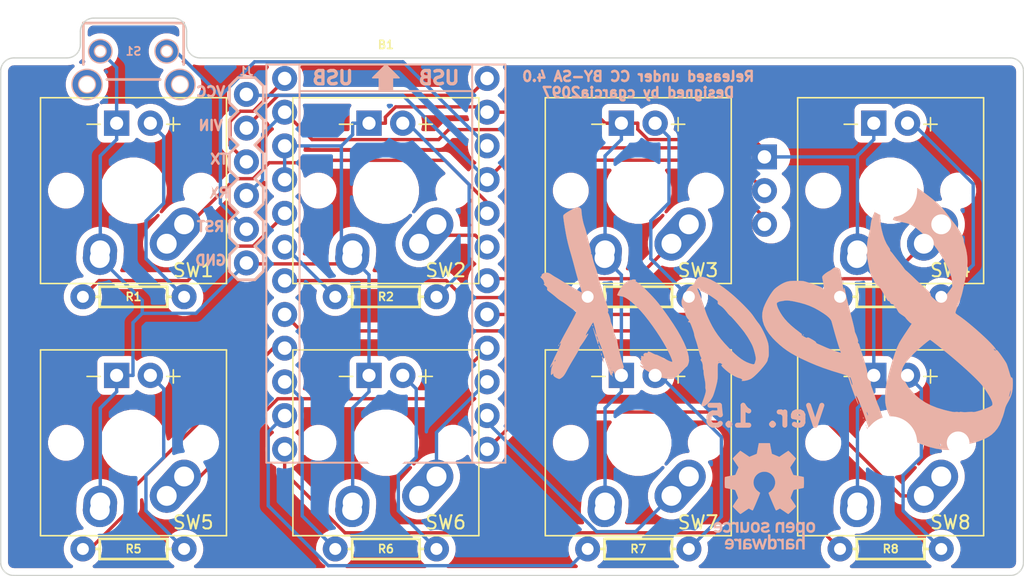
<source format=kicad_pcb>
(kicad_pcb (version 20171130) (host pcbnew 5.1.2-f72e74a~84~ubuntu18.04.1)
  (layers (0 F.Cu signal) (31 B.Cu signal) (34 B.Paste user) (35 F.Paste user) (36 B.SilkS user) (37 F.SilkS user) (38 B.Mask user) (39 F.Mask user) (44 Edge.Cuts user))
  (net 0 "")
  (net 1 VIN)
  (net 2 GND)
  (net 3 RESET)
  (net 4 VCC)
  (net 5 KEY1)
  (net 6 KEY2)
  (net 7 KEY3)
  (net 8 KEY4)
  (net 9 KEY5)
  (net 10 KEY6)
  (net 11 KEY7)
  (net 12 KEY8)
  (net 13 LED8)
  (net 14 LED7)
  (net 15 LED6)
  (net 16 LED5)
  (net 17 LED4)
  (net 18 LED3)
  (net 19 LED2)
  (net 20 LED1)
  (net 21 RX)
  (net 22 TX)
  (net 23 "Net-(R1-PadP$2)")
  (net 24 "Net-(R2-PadP$2)")
  (net 25 "Net-(R3-PadP$2)")
  (net 26 "Net-(R4-PadP$2)")
  (net 27 "Net-(R5-PadP$2)")
  (net 28 "Net-(R6-PadP$2)")
  (net 29 "Net-(R7-PadP$2)")
  (net 30 "Net-(R8-PadP$2)")
  (module Connectors:1X03_NO_SILK (layer F.Cu) (at 172.5 92.54 90)
    (fp_text reference >NAME hide)
    (fp_text value >VALUE hide)
    (pad 3 thru_hole rect (at 5.08 0 90) (size 1.8796 1.8796) (drill 1.016) (layers *.Cu *.Mask) (net 2 GND))
    (pad 2 thru_hole circle (at 2.54 0 90) (size 1.8796 1.8796) (drill 1.016) (layers *.Cu *.Mask) (net 21 RX))
    (pad 1 thru_hole circle (at 0 0 90) (size 1.8796 1.8796) (drill 1.016) (layers *.Cu *.Mask) (net 4 VCC))
  )
  (module Symbol:OSHW-Logo_7.5x8mm_SilkScreen (layer B.Cu) (at 172.5 113.03 180)
    (fp_text reference REF1 hide)
    (fp_text value OSHW-Logo_7.5x8mm_SilkScreen hide)
  )
  (module Boards:SPARKFUN_PRO_MICRO (layer F.Cu) (at 144 94.25)
    (fp_text reference B1 (at 0 -15.24) (layer F.SilkS) (effects (font (size 0.6096 0.6096) (thickness 0.127))))
    (fp_text value >VALUE hide)
    (pad 24 thru_hole circle (at 7.62 -12.7) (size 1.8796 1.8796) (drill 1.016) (layers *.Cu *.Mask) (net 1 VIN))
    (pad 23 thru_hole circle (at 7.62 -10.16) (size 1.8796 1.8796) (drill 1.016) (layers *.Cu *.Mask) (net 2 GND))
    (pad 22 thru_hole circle (at 7.62 -7.62) (size 1.8796 1.8796) (drill 1.016) (layers *.Cu *.Mask) (net 3 RESET))
    (pad 21 thru_hole circle (at 7.62 -5.08) (size 1.8796 1.8796) (drill 1.016) (layers *.Cu *.Mask) (net 4 VCC))
    (pad 20 thru_hole circle (at 7.62 -2.54) (size 1.8796 1.8796) (drill 1.016) (layers *.Cu *.Mask) (net 5 KEY1))
    (pad 19 thru_hole circle (at 7.62 0) (size 1.8796 1.8796) (drill 1.016) (layers *.Cu *.Mask) (net 6 KEY2))
    (pad 18 thru_hole circle (at 7.62 2.54) (size 1.8796 1.8796) (drill 1.016) (layers *.Cu *.Mask) (net 7 KEY3))
    (pad 17 thru_hole circle (at 7.62 5.08) (size 1.8796 1.8796) (drill 1.016) (layers *.Cu *.Mask) (net 8 KEY4))
    (pad 16 thru_hole circle (at 7.62 7.62) (size 1.8796 1.8796) (drill 1.016) (layers *.Cu *.Mask) (net 9 KEY5))
    (pad 15 thru_hole circle (at 7.62 10.16) (size 1.8796 1.8796) (drill 1.016) (layers *.Cu *.Mask) (net 10 KEY6))
    (pad 14 thru_hole circle (at 7.62 12.7) (size 1.8796 1.8796) (drill 1.016) (layers *.Cu *.Mask) (net 11 KEY7))
    (pad 13 thru_hole circle (at 7.62 15.24) (size 1.8796 1.8796) (drill 1.016) (layers *.Cu *.Mask) (net 12 KEY8))
    (pad 12 thru_hole circle (at -7.62 15.24) (size 1.8796 1.8796) (drill 1.016) (layers *.Cu *.Mask) (net 13 LED8))
    (pad 11 thru_hole circle (at -7.62 12.7) (size 1.8796 1.8796) (drill 1.016) (layers *.Cu *.Mask) (net 14 LED7))
    (pad 10 thru_hole circle (at -7.62 10.16) (size 1.8796 1.8796) (drill 1.016) (layers *.Cu *.Mask) (net 15 LED6))
    (pad 9 thru_hole circle (at -7.62 7.62) (size 1.8796 1.8796) (drill 1.016) (layers *.Cu *.Mask) (net 16 LED5))
    (pad 8 thru_hole circle (at -7.62 5.08) (size 1.8796 1.8796) (drill 1.016) (layers *.Cu *.Mask) (net 17 LED4))
    (pad 7 thru_hole circle (at -7.62 2.54) (size 1.8796 1.8796) (drill 1.016) (layers *.Cu *.Mask) (net 18 LED3))
    (pad 6 thru_hole circle (at -7.62 0) (size 1.8796 1.8796) (drill 1.016) (layers *.Cu *.Mask) (net 19 LED2))
    (pad 5 thru_hole circle (at -7.62 -2.54) (size 1.8796 1.8796) (drill 1.016) (layers *.Cu *.Mask) (net 20 LED1))
    (pad 4 thru_hole circle (at -7.62 -5.08) (size 1.8796 1.8796) (drill 1.016) (layers *.Cu *.Mask) (net 2 GND))
    (pad 3 thru_hole circle (at -7.62 -7.62) (size 1.8796 1.8796) (drill 1.016) (layers *.Cu *.Mask) (net 2 GND))
    (pad 2 thru_hole circle (at -7.62 -10.16) (size 1.8796 1.8796) (drill 1.016) (layers *.Cu *.Mask) (net 21 RX))
    (pad 1 thru_hole circle (at -7.62 -12.7) (size 1.8796 1.8796) (drill 1.016) (layers *.Cu *.Mask) (net 22 TX))
  )
  (module Resistors:AXIAL-0.3 (layer F.Cu) (at 163 98)
    (fp_text reference R3 (at 0 0) (layer F.SilkS) (effects (font (size 0.6096 0.6096) (thickness 0.127))))
    (fp_text value RESISTORAXIAL-0.3 hide)
    (pad P$2 thru_hole circle (at 3.81 0) (size 1.8796 1.8796) (drill 0.89916) (layers *.Cu *.Mask) (net 25 "Net-(R3-PadP$2)"))
    (pad P$1 thru_hole circle (at -3.81 0) (size 1.8796 1.8796) (drill 0.89916) (layers *.Cu *.Mask) (net 18 LED3))
  )
  (module libkeyswitch-1_1:MX_ALPS_LED_PCB_MOUNT_1.0 (layer F.Cu) (at 163 90 180)
    (fp_text reference SW3 (at -4.5 -6) (layer F.SilkS))
    (fp_text value MOMENTARY-SWITCH-SPST-LED-PTH-CHERRY)
    (pad A thru_hole circle (at -1.27 5.08 180) (size 1.905 1.905) (drill 0.9906) (layers *.Cu *.Mask) (net 25 "Net-(R3-PadP$2)"))
    (pad K thru_hole rect (at 1.27 5.08 180) (size 1.905 1.905) (drill 0.9906) (layers *.Cu *.Mask) (net 2 GND))
    (pad "" np_thru_hole circle (at 0 0 180) (size 3.9878 3.9878) (drill 3.9878) (layers *.Cu *.Mask))
    (pad S2 thru_hole custom (at 2.5 -4.5 180) (size 2.54 2.54) (drill 1.4986) (layers *.Cu *.Mask) (net 2 GND) (options (clearance outline) (anchor circle)) (primitives (gr_line (start 0 0) (end 0.04 -0.58) (width 2.54))))
    (pad S2 thru_hole circle (at 2.54 -5.08 180) (size 2.54 2.54) (drill 1.4986) (layers *.Cu *.Mask) (net 2 GND))
    (pad "" np_thru_hole circle (at -5.08 0 180) (size 1.7018 1.7018) (drill 1.7018) (layers *.Cu *.Mask))
    (pad S1 thru_hole custom (at -3.81 -2.54 180) (size 2.54 2.54) (drill 1.4986) (layers *.Cu *.Mask) (net 7 KEY3) (options (clearance outline) (anchor circle)) (primitives (gr_line (start 0 0) (end 1.31 -1.46) (width 2.54))))
    (pad S1 thru_hole circle (at -2.5 -4 180) (size 2.54 2.54) (drill 1.4986) (layers *.Cu *.Mask) (net 7 KEY3))
    (pad "" np_thru_hole circle (at 5.08 0 180) (size 1.7018 1.7018) (drill 1.7018) (layers *.Cu *.Mask))
  )
  (module libkeyswitch-1_1:MX_ALPS_LED_PCB_MOUNT_1.0 (layer F.Cu) (at 182 109 180)
    (fp_text reference SW8 (at -4.5 -6) (layer F.SilkS))
    (fp_text value MOMENTARY-SWITCH-SPST-LED-PTH-CHERRY)
    (pad A thru_hole circle (at -1.27 5.08 180) (size 1.905 1.905) (drill 0.9906) (layers *.Cu *.Mask) (net 30 "Net-(R8-PadP$2)"))
    (pad K thru_hole rect (at 1.27 5.08 180) (size 1.905 1.905) (drill 0.9906) (layers *.Cu *.Mask) (net 2 GND))
    (pad "" np_thru_hole circle (at 0 0 180) (size 3.9878 3.9878) (drill 3.9878) (layers *.Cu *.Mask))
    (pad S2 thru_hole custom (at 2.5 -4.5 180) (size 2.54 2.54) (drill 1.4986) (layers *.Cu *.Mask) (net 2 GND) (options (clearance outline) (anchor circle)) (primitives (gr_line (start 0 0) (end 0.04 -0.58) (width 2.54))))
    (pad S2 thru_hole circle (at 2.54 -5.08 180) (size 2.54 2.54) (drill 1.4986) (layers *.Cu *.Mask) (net 2 GND))
    (pad "" np_thru_hole circle (at -5.08 0 180) (size 1.7018 1.7018) (drill 1.7018) (layers *.Cu *.Mask))
    (pad S1 thru_hole custom (at -3.81 -2.54 180) (size 2.54 2.54) (drill 1.4986) (layers *.Cu *.Mask) (net 12 KEY8) (options (clearance outline) (anchor circle)) (primitives (gr_line (start 0 0) (end 1.31 -1.46) (width 2.54))))
    (pad S1 thru_hole circle (at -2.5 -4 180) (size 2.54 2.54) (drill 1.4986) (layers *.Cu *.Mask) (net 12 KEY8))
    (pad "" np_thru_hole circle (at 5.08 0 180) (size 1.7018 1.7018) (drill 1.7018) (layers *.Cu *.Mask))
  )
  (module Resistors:AXIAL-0.3 (layer F.Cu) (at 144 117)
    (fp_text reference R6 (at 0 0) (layer F.SilkS) (effects (font (size 0.6096 0.6096) (thickness 0.127))))
    (fp_text value RESISTORAXIAL-0.3 hide)
    (pad P$2 thru_hole circle (at 3.81 0) (size 1.8796 1.8796) (drill 0.89916) (layers *.Cu *.Mask) (net 28 "Net-(R6-PadP$2)"))
    (pad P$1 thru_hole circle (at -3.81 0) (size 1.8796 1.8796) (drill 0.89916) (layers *.Cu *.Mask) (net 15 LED6))
  )
  (module libkeyswitch-1_1:MX_ALPS_LED_PCB_MOUNT_1.0 (layer F.Cu) (at 182 90 180)
    (fp_text reference SW4 (at -4.5 -6) (layer F.SilkS))
    (fp_text value MOMENTARY-SWITCH-SPST-LED-PTH-CHERRY)
    (pad A thru_hole circle (at -1.27 5.08 180) (size 1.905 1.905) (drill 0.9906) (layers *.Cu *.Mask) (net 26 "Net-(R4-PadP$2)"))
    (pad K thru_hole rect (at 1.27 5.08 180) (size 1.905 1.905) (drill 0.9906) (layers *.Cu *.Mask) (net 2 GND))
    (pad "" np_thru_hole circle (at 0 0 180) (size 3.9878 3.9878) (drill 3.9878) (layers *.Cu *.Mask))
    (pad S2 thru_hole custom (at 2.5 -4.5 180) (size 2.54 2.54) (drill 1.4986) (layers *.Cu *.Mask) (net 2 GND) (options (clearance outline) (anchor circle)) (primitives (gr_line (start 0 0) (end 0.04 -0.58) (width 2.54))))
    (pad S2 thru_hole circle (at 2.54 -5.08 180) (size 2.54 2.54) (drill 1.4986) (layers *.Cu *.Mask) (net 2 GND))
    (pad "" np_thru_hole circle (at -5.08 0 180) (size 1.7018 1.7018) (drill 1.7018) (layers *.Cu *.Mask))
    (pad S1 thru_hole custom (at -3.81 -2.54 180) (size 2.54 2.54) (drill 1.4986) (layers *.Cu *.Mask) (net 8 KEY4) (options (clearance outline) (anchor circle)) (primitives (gr_line (start 0 0) (end 1.31 -1.46) (width 2.54))))
    (pad S1 thru_hole circle (at -2.5 -4 180) (size 2.54 2.54) (drill 1.4986) (layers *.Cu *.Mask) (net 8 KEY4))
    (pad "" np_thru_hole circle (at 5.08 0 180) (size 1.7018 1.7018) (drill 1.7018) (layers *.Cu *.Mask))
  )
  (module Switches:TACTILE_SWITCH_PTH_RIGHT_ANGLE_KIT (layer B.Cu) (at 125 79.5)
    (fp_text reference S1 (at 0 0) (layer B.SilkS) (effects (font (size 0.6096 0.6096) (thickness 0.127)) (justify mirror)))
    (fp_text value MOMENTARY-SWITCH-SPST-PTH-RIGHT-ANGLE-KIT hide)
    (pad ANCH thru_hole circle (at 3.49758 2.49936) (size 2.19964 2.19964) (drill 1.19888) (layers *.Cu *.Mask))
    (pad ANCH thru_hole circle (at -3.49758 2.49936) (size 2.19964 2.19964) (drill 1.19888) (layers *.Cu *.Mask))
    (pad 2 thru_hole circle (at 2.49936 0) (size 1.69926 1.69926) (drill 0.79756) (layers *.Cu *.Mask) (net 3 RESET))
    (pad 1 thru_hole circle (at -2.49936 0) (size 1.69926 1.69926) (drill 0.79756) (layers *.Cu *.Mask) (net 2 GND))
  )
  (module Connectors:1X06 (layer B.Cu) (at 133.5 82.75 270)
    (fp_text reference J1 (at -1.75 0) (layer B.SilkS) (effects (font (size 0.6096 0.6096) (thickness 0.127)) (justify mirror)))
    (fp_text value CONN_06NO_SILK_FEMALE_PTH hide)
    (pad 6 thru_hole circle (at 12.7 0 270) (size 1.8796 1.8796) (drill 1.016) (layers *.Cu *.Mask) (net 2 GND))
    (pad 5 thru_hole circle (at 10.16 0 270) (size 1.8796 1.8796) (drill 1.016) (layers *.Cu *.Mask) (net 3 RESET))
    (pad 4 thru_hole circle (at 7.62 0 270) (size 1.8796 1.8796) (drill 1.016) (layers *.Cu *.Mask) (net 21 RX))
    (pad 3 thru_hole circle (at 5.08 0 270) (size 1.8796 1.8796) (drill 1.016) (layers *.Cu *.Mask) (net 22 TX))
    (pad 2 thru_hole circle (at 2.54 0 270) (size 1.8796 1.8796) (drill 1.016) (layers *.Cu *.Mask) (net 1 VIN))
    (pad 1 thru_hole circle (at 0 0 270) (size 1.8796 1.8796) (drill 1.016) (layers *.Cu *.Mask) (net 4 VCC))
  )
  (module Resistors:AXIAL-0.3 (layer F.Cu) (at 144 98)
    (fp_text reference R2 (at 0 0) (layer F.SilkS) (effects (font (size 0.6096 0.6096) (thickness 0.127))))
    (fp_text value RESISTORAXIAL-0.3 hide)
    (pad P$2 thru_hole circle (at 3.81 0) (size 1.8796 1.8796) (drill 0.89916) (layers *.Cu *.Mask) (net 24 "Net-(R2-PadP$2)"))
    (pad P$1 thru_hole circle (at -3.81 0) (size 1.8796 1.8796) (drill 0.89916) (layers *.Cu *.Mask) (net 19 LED2))
  )
  (module Resistors:AXIAL-0.3 (layer F.Cu) (at 182 98)
    (fp_text reference R4 (at 0 0) (layer F.SilkS) (effects (font (size 0.6096 0.6096) (thickness 0.127))))
    (fp_text value RESISTORAXIAL-0.3 hide)
    (pad P$2 thru_hole circle (at 3.81 0) (size 1.8796 1.8796) (drill 0.89916) (layers *.Cu *.Mask) (net 26 "Net-(R4-PadP$2)"))
    (pad P$1 thru_hole circle (at -3.81 0) (size 1.8796 1.8796) (drill 0.89916) (layers *.Cu *.Mask) (net 17 LED4))
  )
  (module libkeyswitch-1_1:MX_ALPS_LED_PCB_MOUNT_1.0 (layer F.Cu) (at 144 109 180)
    (fp_text reference SW6 (at -4.5 -6) (layer F.SilkS))
    (fp_text value MOMENTARY-SWITCH-SPST-LED-PTH-CHERRY)
    (pad A thru_hole circle (at -1.27 5.08 180) (size 1.905 1.905) (drill 0.9906) (layers *.Cu *.Mask) (net 28 "Net-(R6-PadP$2)"))
    (pad K thru_hole rect (at 1.27 5.08 180) (size 1.905 1.905) (drill 0.9906) (layers *.Cu *.Mask) (net 2 GND))
    (pad "" np_thru_hole circle (at 0 0 180) (size 3.9878 3.9878) (drill 3.9878) (layers *.Cu *.Mask))
    (pad S2 thru_hole custom (at 2.5 -4.5 180) (size 2.54 2.54) (drill 1.4986) (layers *.Cu *.Mask) (net 2 GND) (options (clearance outline) (anchor circle)) (primitives (gr_line (start 0 0) (end 0.04 -0.58) (width 2.54))))
    (pad S2 thru_hole circle (at 2.54 -5.08 180) (size 2.54 2.54) (drill 1.4986) (layers *.Cu *.Mask) (net 2 GND))
    (pad "" np_thru_hole circle (at -5.08 0 180) (size 1.7018 1.7018) (drill 1.7018) (layers *.Cu *.Mask))
    (pad S1 thru_hole custom (at -3.81 -2.54 180) (size 2.54 2.54) (drill 1.4986) (layers *.Cu *.Mask) (net 10 KEY6) (options (clearance outline) (anchor circle)) (primitives (gr_line (start 0 0) (end 1.31 -1.46) (width 2.54))))
    (pad S1 thru_hole circle (at -2.5 -4 180) (size 2.54 2.54) (drill 1.4986) (layers *.Cu *.Mask) (net 10 KEY6))
    (pad "" np_thru_hole circle (at 5.08 0 180) (size 1.7018 1.7018) (drill 1.7018) (layers *.Cu *.Mask))
  )
  (module Resistors:AXIAL-0.3 (layer F.Cu) (at 125 98)
    (fp_text reference R1 (at 0 0) (layer F.SilkS) (effects (font (size 0.6096 0.6096) (thickness 0.127))))
    (fp_text value RESISTORAXIAL-0.3 hide)
    (pad P$2 thru_hole circle (at 3.81 0) (size 1.8796 1.8796) (drill 0.89916) (layers *.Cu *.Mask) (net 23 "Net-(R1-PadP$2)"))
    (pad P$1 thru_hole circle (at -3.81 0) (size 1.8796 1.8796) (drill 0.89916) (layers *.Cu *.Mask) (net 20 LED1))
  )
  (module Resistors:AXIAL-0.3 (layer F.Cu) (at 125 117)
    (fp_text reference R5 (at 0 0) (layer F.SilkS) (effects (font (size 0.6096 0.6096) (thickness 0.127))))
    (fp_text value RESISTORAXIAL-0.3 hide)
    (pad P$2 thru_hole circle (at 3.81 0) (size 1.8796 1.8796) (drill 0.89916) (layers *.Cu *.Mask) (net 27 "Net-(R5-PadP$2)"))
    (pad P$1 thru_hole circle (at -3.81 0) (size 1.8796 1.8796) (drill 0.89916) (layers *.Cu *.Mask) (net 16 LED5))
  )
  (module libkeyswitch-1_1:MX_ALPS_LED_PCB_MOUNT_1.0 (layer F.Cu) (at 125 109 180)
    (fp_text reference SW5 (at -4.5 -6) (layer F.SilkS))
    (fp_text value MOMENTARY-SWITCH-SPST-LED-PTH-CHERRY)
    (pad A thru_hole circle (at -1.27 5.08 180) (size 1.905 1.905) (drill 0.9906) (layers *.Cu *.Mask) (net 27 "Net-(R5-PadP$2)"))
    (pad K thru_hole rect (at 1.27 5.08 180) (size 1.905 1.905) (drill 0.9906) (layers *.Cu *.Mask) (net 2 GND))
    (pad "" np_thru_hole circle (at 0 0 180) (size 3.9878 3.9878) (drill 3.9878) (layers *.Cu *.Mask))
    (pad S2 thru_hole custom (at 2.5 -4.5 180) (size 2.54 2.54) (drill 1.4986) (layers *.Cu *.Mask) (net 2 GND) (options (clearance outline) (anchor circle)) (primitives (gr_line (start 0 0) (end 0.04 -0.58) (width 2.54))))
    (pad S2 thru_hole circle (at 2.54 -5.08 180) (size 2.54 2.54) (drill 1.4986) (layers *.Cu *.Mask) (net 2 GND))
    (pad "" np_thru_hole circle (at -5.08 0 180) (size 1.7018 1.7018) (drill 1.7018) (layers *.Cu *.Mask))
    (pad S1 thru_hole custom (at -3.81 -2.54 180) (size 2.54 2.54) (drill 1.4986) (layers *.Cu *.Mask) (net 9 KEY5) (options (clearance outline) (anchor circle)) (primitives (gr_line (start 0 0) (end 1.31 -1.46) (width 2.54))))
    (pad S1 thru_hole circle (at -2.5 -4 180) (size 2.54 2.54) (drill 1.4986) (layers *.Cu *.Mask) (net 9 KEY5))
    (pad "" np_thru_hole circle (at 5.08 0 180) (size 1.7018 1.7018) (drill 1.7018) (layers *.Cu *.Mask))
  )
  (module libkeyswitch-1_1:MX_ALPS_LED_PCB_MOUNT_1.0 (layer F.Cu) (at 144 90 180)
    (fp_text reference SW2 (at -4.5 -6) (layer F.SilkS))
    (fp_text value MOMENTARY-SWITCH-SPST-LED-PTH-CHERRY)
    (pad A thru_hole circle (at -1.27 5.08 180) (size 1.905 1.905) (drill 0.9906) (layers *.Cu *.Mask) (net 24 "Net-(R2-PadP$2)"))
    (pad K thru_hole rect (at 1.27 5.08 180) (size 1.905 1.905) (drill 0.9906) (layers *.Cu *.Mask) (net 2 GND))
    (pad "" np_thru_hole circle (at 0 0 180) (size 3.9878 3.9878) (drill 3.9878) (layers *.Cu *.Mask))
    (pad S2 thru_hole custom (at 2.5 -4.5 180) (size 2.54 2.54) (drill 1.4986) (layers *.Cu *.Mask) (net 2 GND) (options (clearance outline) (anchor circle)) (primitives (gr_line (start 0 0) (end 0.04 -0.58) (width 2.54))))
    (pad S2 thru_hole circle (at 2.54 -5.08 180) (size 2.54 2.54) (drill 1.4986) (layers *.Cu *.Mask) (net 2 GND))
    (pad "" np_thru_hole circle (at -5.08 0 180) (size 1.7018 1.7018) (drill 1.7018) (layers *.Cu *.Mask))
    (pad S1 thru_hole custom (at -3.81 -2.54 180) (size 2.54 2.54) (drill 1.4986) (layers *.Cu *.Mask) (net 6 KEY2) (options (clearance outline) (anchor circle)) (primitives (gr_line (start 0 0) (end 1.31 -1.46) (width 2.54))))
    (pad S1 thru_hole circle (at -2.5 -4 180) (size 2.54 2.54) (drill 1.4986) (layers *.Cu *.Mask) (net 6 KEY2))
    (pad "" np_thru_hole circle (at 5.08 0 180) (size 1.7018 1.7018) (drill 1.7018) (layers *.Cu *.Mask))
  )
  (module libkeyswitch-1_1:MX_ALPS_LED_PCB_MOUNT_1.0 (layer F.Cu) (at 163 109 180)
    (fp_text reference SW7 (at -4.5 -6) (layer F.SilkS))
    (fp_text value MOMENTARY-SWITCH-SPST-LED-PTH-CHERRY)
    (pad A thru_hole circle (at -1.27 5.08 180) (size 1.905 1.905) (drill 0.9906) (layers *.Cu *.Mask) (net 29 "Net-(R7-PadP$2)"))
    (pad K thru_hole rect (at 1.27 5.08 180) (size 1.905 1.905) (drill 0.9906) (layers *.Cu *.Mask) (net 2 GND))
    (pad "" np_thru_hole circle (at 0 0 180) (size 3.9878 3.9878) (drill 3.9878) (layers *.Cu *.Mask))
    (pad S2 thru_hole custom (at 2.5 -4.5 180) (size 2.54 2.54) (drill 1.4986) (layers *.Cu *.Mask) (net 2 GND) (options (clearance outline) (anchor circle)) (primitives (gr_line (start 0 0) (end 0.04 -0.58) (width 2.54))))
    (pad S2 thru_hole circle (at 2.54 -5.08 180) (size 2.54 2.54) (drill 1.4986) (layers *.Cu *.Mask) (net 2 GND))
    (pad "" np_thru_hole circle (at -5.08 0 180) (size 1.7018 1.7018) (drill 1.7018) (layers *.Cu *.Mask))
    (pad S1 thru_hole custom (at -3.81 -2.54 180) (size 2.54 2.54) (drill 1.4986) (layers *.Cu *.Mask) (net 11 KEY7) (options (clearance outline) (anchor circle)) (primitives (gr_line (start 0 0) (end 1.31 -1.46) (width 2.54))))
    (pad S1 thru_hole circle (at -2.5 -4 180) (size 2.54 2.54) (drill 1.4986) (layers *.Cu *.Mask) (net 11 KEY7))
    (pad "" np_thru_hole circle (at 5.08 0 180) (size 1.7018 1.7018) (drill 1.7018) (layers *.Cu *.Mask))
  )
  (module Resistors:AXIAL-0.3 (layer F.Cu) (at 182 117)
    (fp_text reference R8 (at 0 0) (layer F.SilkS) (effects (font (size 0.6096 0.6096) (thickness 0.127))))
    (fp_text value RESISTORAXIAL-0.3 hide)
    (pad P$2 thru_hole circle (at 3.81 0) (size 1.8796 1.8796) (drill 0.89916) (layers *.Cu *.Mask) (net 30 "Net-(R8-PadP$2)"))
    (pad P$1 thru_hole circle (at -3.81 0) (size 1.8796 1.8796) (drill 0.89916) (layers *.Cu *.Mask) (net 13 LED8))
  )
  (module libkeyswitch-1_1:MX_ALPS_LED_PCB_MOUNT_1.0 (layer F.Cu) (at 125 90 180)
    (fp_text reference SW1 (at -4.5 -6) (layer F.SilkS))
    (fp_text value MOMENTARY-SWITCH-SPST-LED-PTH-CHERRY)
    (pad A thru_hole circle (at -1.27 5.08 180) (size 1.905 1.905) (drill 0.9906) (layers *.Cu *.Mask) (net 23 "Net-(R1-PadP$2)"))
    (pad K thru_hole rect (at 1.27 5.08 180) (size 1.905 1.905) (drill 0.9906) (layers *.Cu *.Mask) (net 2 GND))
    (pad "" np_thru_hole circle (at 0 0 180) (size 3.9878 3.9878) (drill 3.9878) (layers *.Cu *.Mask))
    (pad S2 thru_hole custom (at 2.5 -4.5 180) (size 2.54 2.54) (drill 1.4986) (layers *.Cu *.Mask) (net 2 GND) (options (clearance outline) (anchor circle)) (primitives (gr_line (start 0 0) (end 0.04 -0.58) (width 2.54))))
    (pad S2 thru_hole circle (at 2.54 -5.08 180) (size 2.54 2.54) (drill 1.4986) (layers *.Cu *.Mask) (net 2 GND))
    (pad "" np_thru_hole circle (at -5.08 0 180) (size 1.7018 1.7018) (drill 1.7018) (layers *.Cu *.Mask))
    (pad S1 thru_hole custom (at -3.81 -2.54 180) (size 2.54 2.54) (drill 1.4986) (layers *.Cu *.Mask) (net 5 KEY1) (options (clearance outline) (anchor circle)) (primitives (gr_line (start 0 0) (end 1.31 -1.46) (width 2.54))))
    (pad S1 thru_hole circle (at -2.5 -4 180) (size 2.54 2.54) (drill 1.4986) (layers *.Cu *.Mask) (net 5 KEY1))
    (pad "" np_thru_hole circle (at 5.08 0 180) (size 1.7018 1.7018) (drill 1.7018) (layers *.Cu *.Mask))
  )
  (module Resistors:AXIAL-0.3 (layer F.Cu) (at 163 117)
    (fp_text reference R7 (at 0 0) (layer F.SilkS) (effects (font (size 0.6096 0.6096) (thickness 0.127))))
    (fp_text value RESISTORAXIAL-0.3 hide)
    (pad P$2 thru_hole circle (at 3.81 0) (size 1.8796 1.8796) (drill 0.89916) (layers *.Cu *.Mask) (net 29 "Net-(R7-PadP$2)"))
    (pad P$1 thru_hole circle (at -3.81 0) (size 1.8796 1.8796) (drill 0.89916) (layers *.Cu *.Mask) (net 14 LED7))
  )
  (module logos:logo_name (layer B.Cu) (at 172.5 99.5 180)
    (fp_text reference G1 hide)
    (fp_text value LOGO hide)
  )
  (gr_text "GND\n" (at 130.81 95.25) (layer B.SilkS) (effects (font (size 0.75 0.75) (thickness 0.1875)) (justify mirror)))
  (gr_text "RST\n" (at 130.81 92.71) (layer B.SilkS) (effects (font (size 0.75 0.75) (thickness 0.1875)) (justify mirror)))
  (gr_text RX (at 131.445 90.17) (layer B.SilkS) (effects (font (size 0.75 0.75) (thickness 0.1875)) (justify mirror)))
  (gr_text TX (at 131.445 87.63) (layer B.SilkS) (effects (font (size 0.75 0.75) (thickness 0.1875)) (justify mirror)))
  (gr_text VIN (at 130.81 85.09) (layer B.SilkS) (effects (font (size 0.75 0.75) (thickness 0.1875)) (justify mirror)))
  (gr_text VCC (at 130.81 82.55) (layer B.SilkS) (effects (font (size 0.75 0.75) (thickness 0.1875)) (justify mirror)))
  (gr_text "Ver. 1.5" (at 172.5 107) (layer B.SilkS) (effects (font (size 1.5 1.5) (thickness 0.375)) (justify mirror)))
  (gr_text "Released under CC BY-SA 4.0\nDesigned by cgarcia2097" (at 163 82) (layer B.SilkS) (effects (font (size 0.75 0.75) (thickness 0.1875)) (justify mirror)))
  (gr_text USB (at 148 81.5) (layer B.SilkS) (effects (font (size 1 1) (thickness 0.25)) (justify mirror)))
  (gr_text USB (at 140 81.5) (layer B.SilkS) (effects (font (size 1 1) (thickness 0.25)) (justify mirror)))
  (gr_poly (pts (xy 144 80.5) (xy 143 81.5) (xy 143.5 81.5) (xy 143.5 82.5) (xy 144.5 82.5) (xy 144.5 81.5) (xy 145 81.5)) (layer B.SilkS) (width 0.1))
  (gr_line (start 137.5 82.5) (end 150.5 82.5) (layer B.SilkS) (width 0.15))
  (gr_line (start 150.5 110.5) (end 150.5 80.5) (layer B.SilkS) (width 0.15))
  (gr_line (start 137.5 80.5) (end 137.5 110.5) (layer B.SilkS) (width 0.15))
  (gr_line (start 135 110.5) (end 135 80.5) (layer B.SilkS) (width 0.15))
  (gr_line (start 153 110.5) (end 135 110.5) (layer B.SilkS) (width 0.15))
  (gr_line (start 153 80.5) (end 153 110.5) (layer B.SilkS) (width 0.15))
  (gr_line (start 135 80.5) (end 153 80.5) (layer B.SilkS) (width 0.15))
  (gr_line (start 130 80) (end 191 80) (layer Edge.Cuts) (width 0.1))
  (gr_line (start 116 80) (end 120 80) (layer Edge.Cuts) (width 0.1))
  (gr_line (start 121 78) (end 121 79) (layer Edge.Cuts) (width 0.1))
  (gr_line (start 128 77) (end 122 77) (layer Edge.Cuts) (width 0.1))
  (gr_line (start 129 79) (end 129 78) (layer Edge.Cuts) (width 0.1))
  (gr_arc (start 120 79) (end 120 80) (angle -90) (layer Edge.Cuts) (width 0.1))
  (gr_arc (start 128 78) (end 129 78) (angle -90) (layer Edge.Cuts) (width 0.1))
  (gr_arc (start 122 78) (end 122 77) (angle -90) (layer Edge.Cuts) (width 0.1))
  (gr_arc (start 130 79) (end 129 79) (angle -90) (layer Edge.Cuts) (width 0.1))
  (gr_arc (start 116 81) (end 116 80) (angle -90) (layer Edge.Cuts) (width 0.1))
  (gr_arc (start 191 118) (end 191 119) (angle -90) (layer Edge.Cuts) (width 0.1))
  (gr_line (start 116 119) (end 191 119) (layer Edge.Cuts) (width 0.1))
  (gr_line (start 192 118) (end 192 81) (layer Edge.Cuts) (width 0.1))
  (gr_line (start 115 81) (end 115 118) (layer Edge.Cuts) (width 0.1))
  (gr_arc (start 116 118) (end 115 118) (angle -90) (layer Edge.Cuts) (width 0.1))
  (gr_arc (start 191 81) (end 192 81) (angle -90) (layer Edge.Cuts) (width 0.1))
  (segment (start 133.5 85.29) (end 133.5 85.2149) (width 0.254) (layer F.Cu) (net 1))
  (segment (start 133.5 85.2149) (end 135.8949 82.82) (width 0.254) (layer F.Cu) (net 1))
  (segment (start 135.8949 82.82) (end 150.35 82.82) (width 0.254) (layer F.Cu) (net 1))
  (segment (start 150.35 82.82) (end 151.62 81.55) (width 0.254) (layer F.Cu) (net 1))
  (segment (start 161.73 103.92) (end 161.73 105.1522) (width 0.254) (layer B.Cu) (net 2))
  (segment (start 160.5 113.5) (end 160.5 106.3822) (width 0.254) (layer B.Cu) (net 2))
  (segment (start 160.5 106.3822) (end 161.73 105.1522) (width 0.254) (layer B.Cu) (net 2))
  (segment (start 160.46 114.08) (end 160.5 114.04) (width 0.254) (layer B.Cu) (net 2))
  (segment (start 160.5 114.04) (end 160.5 113.5) (width 0.254) (layer B.Cu) (net 2))
  (segment (start 160.46 95.08) (end 161.73 96.35) (width 0.254) (layer B.Cu) (net 2))
  (segment (start 161.73 96.35) (end 161.73 103.92) (width 0.254) (layer B.Cu) (net 2))
  (segment (start 160.5 94.5) (end 160.46 94.54) (width 0.254) (layer B.Cu) (net 2))
  (segment (start 160.46 94.54) (end 160.46 95.08) (width 0.254) (layer B.Cu) (net 2))
  (segment (start 161.73 86.1522) (end 160.5 87.3822) (width 0.254) (layer B.Cu) (net 2))
  (segment (start 160.5 87.3822) (end 160.5 94.5) (width 0.254) (layer B.Cu) (net 2))
  (segment (start 161.73 84.92) (end 161.73 86.1522) (width 0.254) (layer B.Cu) (net 2))
  (segment (start 151.62 84.09) (end 159.6678 84.09) (width 0.254) (layer F.Cu) (net 2))
  (segment (start 159.6678 84.09) (end 160.4978 84.92) (width 0.254) (layer F.Cu) (net 2))
  (segment (start 143.9622 84.92) (end 143.9622 84.4578) (width 0.254) (layer F.Cu) (net 2))
  (segment (start 143.9622 84.4578) (end 144.7322 83.6878) (width 0.254) (layer F.Cu) (net 2))
  (segment (start 144.7322 83.6878) (end 151.2178 83.6878) (width 0.254) (layer F.Cu) (net 2))
  (segment (start 151.2178 83.6878) (end 151.62 84.09) (width 0.254) (layer F.Cu) (net 2))
  (segment (start 161.73 84.92) (end 160.4978 84.92) (width 0.254) (layer F.Cu) (net 2))
  (segment (start 161.73 84.92) (end 162.9622 84.92) (width 0.254) (layer F.Cu) (net 2))
  (segment (start 162.9622 84.92) (end 162.9622 85.3822) (width 0.254) (layer F.Cu) (net 2))
  (segment (start 162.9622 85.3822) (end 163.7322 86.1522) (width 0.254) (layer F.Cu) (net 2))
  (segment (start 163.7322 86.1522) (end 171.6922 86.1522) (width 0.254) (layer F.Cu) (net 2))
  (segment (start 171.6922 86.1522) (end 173 87.46) (width 0.254) (layer F.Cu) (net 2))
  (segment (start 125.6608 99.2448) (end 124.9622 99.9434) (width 0.254) (layer B.Cu) (net 2))
  (segment (start 124.9622 99.9434) (end 124.9622 103.92) (width 0.254) (layer B.Cu) (net 2))
  (segment (start 122.46 95.08) (end 125.6608 98.2808) (width 0.254) (layer B.Cu) (net 2))
  (segment (start 125.6608 98.2808) (end 125.6608 99.2448) (width 0.254) (layer B.Cu) (net 2))
  (segment (start 125.6608 99.2448) (end 129.7052 99.2448) (width 0.254) (layer B.Cu) (net 2))
  (segment (start 129.7052 99.2448) (end 133.5 95.45) (width 0.254) (layer B.Cu) (net 2))
  (segment (start 122.46 95.08) (end 122.5 95.04) (width 0.254) (layer B.Cu) (net 2))
  (segment (start 122.5 95.04) (end 122.5 94.5) (width 0.254) (layer B.Cu) (net 2))
  (segment (start 123.73 103.92) (end 124.9622 103.92) (width 0.254) (layer B.Cu) (net 2))
  (segment (start 179.5 87.46) (end 179.5 87.3822) (width 0.254) (layer B.Cu) (net 2))
  (segment (start 179.5 87.3822) (end 180.73 86.1522) (width 0.254) (layer B.Cu) (net 2))
  (segment (start 179.5 94.5) (end 179.5 87.46) (width 0.254) (layer B.Cu) (net 2))
  (segment (start 179.5 87.46) (end 173 87.46) (width 0.254) (layer B.Cu) (net 2))
  (segment (start 141.46 95.08) (end 142.73 96.35) (width 0.254) (layer B.Cu) (net 2))
  (segment (start 142.73 96.35) (end 142.73 103.92) (width 0.254) (layer B.Cu) (net 2))
  (segment (start 141.46 95.08) (end 141.5 95.04) (width 0.254) (layer B.Cu) (net 2))
  (segment (start 141.5 95.04) (end 141.5 94.5) (width 0.254) (layer B.Cu) (net 2))
  (segment (start 142.73 103.92) (end 142.73 105.1522) (width 0.254) (layer B.Cu) (net 2))
  (segment (start 141.5 113.5) (end 141.5 106.3822) (width 0.254) (layer B.Cu) (net 2))
  (segment (start 141.5 106.3822) (end 142.73 105.1522) (width 0.254) (layer B.Cu) (net 2))
  (segment (start 141.46 114.08) (end 141.5 114.04) (width 0.254) (layer B.Cu) (net 2))
  (segment (start 141.5 114.04) (end 141.5 113.5) (width 0.254) (layer B.Cu) (net 2))
  (segment (start 142.73 84.92) (end 143.9622 84.92) (width 0.254) (layer F.Cu) (net 2))
  (segment (start 180.73 84.92) (end 180.73 86.1522) (width 0.254) (layer B.Cu) (net 2))
  (segment (start 179.46 95.08) (end 179.5 95.04) (width 0.254) (layer B.Cu) (net 2))
  (segment (start 179.5 95.04) (end 179.5 94.5) (width 0.254) (layer B.Cu) (net 2))
  (segment (start 136.38 86.63) (end 136.38 89.17) (width 0.254) (layer B.Cu) (net 2))
  (segment (start 140.6518 86.63) (end 136.38 86.63) (width 0.254) (layer B.Cu) (net 2))
  (segment (start 180.73 103.92) (end 180.73 105.1522) (width 0.254) (layer B.Cu) (net 2))
  (segment (start 179.5 113.5) (end 179.5 106.3822) (width 0.254) (layer B.Cu) (net 2))
  (segment (start 179.5 106.3822) (end 180.73 105.1522) (width 0.254) (layer B.Cu) (net 2))
  (segment (start 179.46 114.08) (end 179.5 114.04) (width 0.254) (layer B.Cu) (net 2))
  (segment (start 179.5 114.04) (end 179.5 113.5) (width 0.254) (layer B.Cu) (net 2))
  (segment (start 179.46 95.08) (end 180.73 96.35) (width 0.254) (layer B.Cu) (net 2))
  (segment (start 180.73 96.35) (end 180.73 103.92) (width 0.254) (layer B.Cu) (net 2))
  (segment (start 142.73 84.92) (end 141.4978 84.92) (width 0.254) (layer B.Cu) (net 2))
  (segment (start 141.5 94.5) (end 140.6518 93.6518) (width 0.254) (layer B.Cu) (net 2))
  (segment (start 140.6518 93.6518) (end 140.6518 86.63) (width 0.254) (layer B.Cu) (net 2))
  (segment (start 140.6518 86.63) (end 141.4978 85.784) (width 0.254) (layer B.Cu) (net 2))
  (segment (start 141.4978 85.784) (end 141.4978 84.92) (width 0.254) (layer B.Cu) (net 2))
  (segment (start 123.73 103.92) (end 123.73 105.1522) (width 0.254) (layer B.Cu) (net 2))
  (segment (start 122.5 113.5) (end 122.5 106.3822) (width 0.254) (layer B.Cu) (net 2))
  (segment (start 122.5 106.3822) (end 123.73 105.1522) (width 0.254) (layer B.Cu) (net 2))
  (segment (start 122.46 114.08) (end 122.5 114.04) (width 0.254) (layer B.Cu) (net 2))
  (segment (start 122.5 114.04) (end 122.5 113.5) (width 0.254) (layer B.Cu) (net 2))
  (segment (start 133.5 95.45) (end 133.57 95.52) (width 0.254) (layer F.Cu) (net 2))
  (segment (start 133.57 95.52) (end 141.02 95.52) (width 0.254) (layer F.Cu) (net 2))
  (segment (start 141.02 95.52) (end 141.46 95.08) (width 0.254) (layer F.Cu) (net 2))
  (segment (start 123.73 84.92) (end 123.73 86.1522) (width 0.254) (layer B.Cu) (net 2))
  (segment (start 123.73 86.1522) (end 122.5 87.3822) (width 0.254) (layer B.Cu) (net 2))
  (segment (start 122.5 87.3822) (end 122.5 94.5) (width 0.254) (layer B.Cu) (net 2))
  (segment (start 123.73 84.92) (end 123.73 80.7294) (width 0.254) (layer B.Cu) (net 2))
  (segment (start 123.73 80.7294) (end 122.5006 79.5) (width 0.254) (layer B.Cu) (net 2))
  (segment (start 131.5422 82.8651) (end 131.5422 90.9522) (width 0.254) (layer B.Cu) (net 3))
  (segment (start 131.5422 90.9522) (end 133.5 92.91) (width 0.254) (layer B.Cu) (net 3))
  (segment (start 151.62 86.63) (end 145.2798 80.2898) (width 0.254) (layer B.Cu) (net 3))
  (segment (start 145.2798 80.2898) (end 134.1175 80.2898) (width 0.254) (layer B.Cu) (net 3))
  (segment (start 134.1175 80.2898) (end 131.5422 82.8651) (width 0.254) (layer B.Cu) (net 3))
  (segment (start 127.4994 79.5) (end 128.1771 79.5) (width 0.254) (layer B.Cu) (net 3))
  (segment (start 128.1771 79.5) (end 131.5422 82.8651) (width 0.254) (layer B.Cu) (net 3))
  (segment (start 133.5 82.75) (end 133.5699 82.8199) (width 0.254) (layer B.Cu) (net 4))
  (segment (start 133.5699 82.8199) (end 145.2699 82.8199) (width 0.254) (layer B.Cu) (net 4))
  (segment (start 145.2699 82.8199) (end 151.62 89.17) (width 0.254) (layer B.Cu) (net 4))
  (segment (start 173 92.54) (end 168.1651 87.7051) (width 0.254) (layer F.Cu) (net 4))
  (segment (start 168.1651 87.7051) (end 153.0849 87.7051) (width 0.254) (layer F.Cu) (net 4))
  (segment (start 153.0849 87.7051) (end 151.62 89.17) (width 0.254) (layer F.Cu) (net 4))
  (segment (start 128.81 92.54) (end 129.2075 92.54) (width 0.254) (layer F.Cu) (net 5))
  (segment (start 129.2075 92.54) (end 132.6475 89.1) (width 0.254) (layer F.Cu) (net 5))
  (segment (start 132.6475 89.1) (end 134.01 89.1) (width 0.254) (layer F.Cu) (net 5))
  (segment (start 134.01 89.1) (end 135.21 87.9) (width 0.254) (layer F.Cu) (net 5))
  (segment (start 135.21 87.9) (end 137.4259 87.9) (width 0.254) (layer F.Cu) (net 5))
  (segment (start 137.4259 87.9) (end 137.6108 87.7151) (width 0.254) (layer F.Cu) (net 5))
  (segment (start 137.6108 87.7151) (end 148.4404 87.7151) (width 0.254) (layer F.Cu) (net 5))
  (segment (start 148.4404 87.7151) (end 151.62 90.8947) (width 0.254) (layer F.Cu) (net 5))
  (segment (start 151.62 90.8947) (end 151.62 91.71) (width 0.254) (layer F.Cu) (net 5))
  (segment (start 127.5 94) (end 128.81 92.69) (width 0.254) (layer B.Cu) (net 5))
  (segment (start 128.81 92.69) (end 128.81 92.54) (width 0.254) (layer B.Cu) (net 5))
  (segment (start 147.81 93.363) (end 150.733 93.363) (width 0.254) (layer F.Cu) (net 6))
  (segment (start 150.733 93.363) (end 151.62 94.25) (width 0.254) (layer F.Cu) (net 6))
  (segment (start 146.5 94) (end 147.137 93.363) (width 0.254) (layer F.Cu) (net 6))
  (segment (start 147.137 93.363) (end 147.81 93.363) (width 0.254) (layer F.Cu) (net 6))
  (segment (start 147.81 93.363) (end 147.81 92.54) (width 0.254) (layer F.Cu) (net 6))
  (segment (start 165.5 94) (end 162.8616 96.6384) (width 0.254) (layer F.Cu) (net 7))
  (segment (start 162.8616 96.6384) (end 151.7716 96.6384) (width 0.254) (layer F.Cu) (net 7))
  (segment (start 151.7716 96.6384) (end 151.62 96.79) (width 0.254) (layer F.Cu) (net 7))
  (segment (start 165.5 94) (end 166.81 92.69) (width 0.254) (layer B.Cu) (net 7))
  (segment (start 166.81 92.69) (end 166.81 92.54) (width 0.254) (layer B.Cu) (net 7))
  (segment (start 184.5 94) (end 181.8616 96.6384) (width 0.254) (layer F.Cu) (net 8))
  (segment (start 181.8616 96.6384) (end 171.8653 96.6384) (width 0.254) (layer F.Cu) (net 8))
  (segment (start 171.8653 96.6384) (end 169.1737 99.33) (width 0.254) (layer F.Cu) (net 8))
  (segment (start 169.1737 99.33) (end 151.62 99.33) (width 0.254) (layer F.Cu) (net 8))
  (segment (start 184.5 94) (end 185.81 92.69) (width 0.254) (layer B.Cu) (net 8))
  (segment (start 185.81 92.69) (end 185.81 92.54) (width 0.254) (layer B.Cu) (net 8))
  (segment (start 151.62 101.87) (end 147.81 105.68) (width 0.254) (layer F.Cu) (net 9))
  (segment (start 147.81 105.68) (end 135.8678 105.68) (width 0.254) (layer F.Cu) (net 9))
  (segment (start 135.8678 105.68) (end 130.0078 111.54) (width 0.254) (layer F.Cu) (net 9))
  (segment (start 130.0078 111.54) (end 128.81 111.54) (width 0.254) (layer F.Cu) (net 9))
  (segment (start 127.5 113) (end 128.81 111.69) (width 0.254) (layer B.Cu) (net 9))
  (segment (start 128.81 111.69) (end 128.81 111.54) (width 0.254) (layer B.Cu) (net 9))
  (segment (start 147.81 111.54) (end 147.81 108.22) (width 0.254) (layer B.Cu) (net 10))
  (segment (start 147.81 108.22) (end 151.62 104.41) (width 0.254) (layer B.Cu) (net 10))
  (segment (start 146.5 113) (end 147.81 111.69) (width 0.254) (layer B.Cu) (net 10))
  (segment (start 147.81 111.69) (end 147.81 111.54) (width 0.254) (layer B.Cu) (net 10))
  (segment (start 151.62 106.95) (end 151.62 107.4448) (width 0.254) (layer B.Cu) (net 11))
  (segment (start 151.62 107.4448) (end 159.8687 115.6935) (width 0.254) (layer B.Cu) (net 11))
  (segment (start 159.8687 115.6935) (end 162.8065 115.6935) (width 0.254) (layer B.Cu) (net 11))
  (segment (start 162.8065 115.6935) (end 165.5 113) (width 0.254) (layer B.Cu) (net 11))
  (segment (start 166.81 111.54) (end 166.81 111.69) (width 0.254) (layer B.Cu) (net 11))
  (segment (start 166.81 111.69) (end 165.5 113) (width 0.254) (layer B.Cu) (net 11))
  (segment (start 184.5 113) (end 182.7845 113) (width 0.254) (layer F.Cu) (net 12))
  (segment (start 182.7845 113) (end 176.4674 106.6829) (width 0.254) (layer F.Cu) (net 12))
  (segment (start 176.4674 106.6829) (end 154.4271 106.6829) (width 0.254) (layer F.Cu) (net 12))
  (segment (start 154.4271 106.6829) (end 151.62 109.49) (width 0.254) (layer F.Cu) (net 12))
  (segment (start 184.5 113) (end 185.81 111.69) (width 0.254) (layer B.Cu) (net 12))
  (segment (start 185.81 111.69) (end 185.81 111.54) (width 0.254) (layer B.Cu) (net 12))
  (segment (start 178.19 117) (end 176.9704 115.7804) (width 0.254) (layer F.Cu) (net 13))
  (segment (start 176.9704 115.7804) (end 140.9174 115.7804) (width 0.254) (layer F.Cu) (net 13))
  (segment (start 140.9174 115.7804) (end 136.38 111.243) (width 0.254) (layer F.Cu) (net 13))
  (segment (start 136.38 111.243) (end 136.38 109.49) (width 0.254) (layer F.Cu) (net 13))
  (segment (start 159.19 117) (end 157.929 118.261) (width 0.254) (layer B.Cu) (net 14))
  (segment (start 157.929 118.261) (end 139.6628 118.261) (width 0.254) (layer B.Cu) (net 14))
  (segment (start 139.6628 118.261) (end 135.1421 113.7403) (width 0.254) (layer B.Cu) (net 14))
  (segment (start 135.1421 113.7403) (end 135.1421 108.1879) (width 0.254) (layer B.Cu) (net 14))
  (segment (start 135.1421 108.1879) (end 136.38 106.95) (width 0.254) (layer B.Cu) (net 14))
  (segment (start 140.19 117) (end 137.7005 114.5105) (width 0.254) (layer B.Cu) (net 15))
  (segment (start 137.7005 114.5105) (end 137.7005 105.7304) (width 0.254) (layer B.Cu) (net 15))
  (segment (start 137.7005 105.7304) (end 137.7004 105.7304) (width 0.254) (layer B.Cu) (net 15))
  (segment (start 137.7004 105.7304) (end 136.38 104.41) (width 0.254) (layer B.Cu) (net 15))
  (segment (start 121.19 117) (end 121.7318 117) (width 0.254) (layer F.Cu) (net 16))
  (segment (start 121.7318 117) (end 124.8554 113.8764) (width 0.254) (layer F.Cu) (net 16))
  (segment (start 124.8554 113.8764) (end 124.8554 112.5418) (width 0.254) (layer F.Cu) (net 16))
  (segment (start 124.8554 112.5418) (end 135.5272 101.87) (width 0.254) (layer F.Cu) (net 16))
  (segment (start 135.5272 101.87) (end 136.38 101.87) (width 0.254) (layer F.Cu) (net 16))
  (segment (start 178.19 98) (end 175.6221 100.5679) (width 0.254) (layer F.Cu) (net 17))
  (segment (start 175.6221 100.5679) (end 137.6179 100.5679) (width 0.254) (layer F.Cu) (net 17))
  (segment (start 137.6179 100.5679) (end 136.38 99.33) (width 0.254) (layer F.Cu) (net 17))
  (segment (start 159.19 98) (end 159.13 98.06) (width 0.254) (layer F.Cu) (net 18))
  (segment (start 159.13 98.06) (end 149.832 98.06) (width 0.254) (layer F.Cu) (net 18))
  (segment (start 149.832 98.06) (end 148.5524 96.7804) (width 0.254) (layer F.Cu) (net 18))
  (segment (start 148.5524 96.7804) (end 136.3896 96.7804) (width 0.254) (layer F.Cu) (net 18))
  (segment (start 136.3896 96.7804) (end 136.38 96.79) (width 0.254) (layer F.Cu) (net 18))
  (segment (start 140.19 98) (end 136.44 94.25) (width 0.254) (layer B.Cu) (net 19))
  (segment (start 136.44 94.25) (end 136.38 94.25) (width 0.254) (layer B.Cu) (net 19))
  (segment (start 121.19 98) (end 122.4096 96.7804) (width 0.254) (layer F.Cu) (net 20))
  (segment (start 122.4096 96.7804) (end 129.0912 96.7804) (width 0.254) (layer F.Cu) (net 20))
  (segment (start 129.0912 96.7804) (end 131.6916 94.18) (width 0.254) (layer F.Cu) (net 20))
  (segment (start 131.6916 94.18) (end 134.0101 94.18) (width 0.254) (layer F.Cu) (net 20))
  (segment (start 134.0101 94.18) (end 136.38 91.8101) (width 0.254) (layer F.Cu) (net 20))
  (segment (start 136.38 91.8101) (end 136.38 91.71) (width 0.254) (layer F.Cu) (net 20))
  (segment (start 136.38 84.09) (end 138.4446 86.1546) (width 0.254) (layer F.Cu) (net 21))
  (segment (start 138.4446 86.1546) (end 147.9713 86.1546) (width 0.254) (layer F.Cu) (net 21))
  (segment (start 147.9713 86.1546) (end 148.7242 85.4017) (width 0.254) (layer F.Cu) (net 21))
  (segment (start 148.7242 85.4017) (end 158.7522 85.4017) (width 0.254) (layer F.Cu) (net 21))
  (segment (start 158.7522 85.4017) (end 160.1286 86.7781) (width 0.254) (layer F.Cu) (net 21))
  (segment (start 160.1286 86.7781) (end 169.7781 86.7781) (width 0.254) (layer F.Cu) (net 21))
  (segment (start 133.5 90.37) (end 134.7196 89.1504) (width 0.254) (layer B.Cu) (net 21))
  (segment (start 134.7196 89.1504) (end 134.7196 85.7504) (width 0.254) (layer B.Cu) (net 21))
  (segment (start 134.7196 85.7504) (end 136.38 84.09) (width 0.254) (layer B.Cu) (net 21))
  (segment (start 170.5 88) (end 172.5 90) (width 0.254) (layer F.Cu) (net 21))
  (segment (start 170.5 87.5) (end 170.5 88) (width 0.254) (layer F.Cu) (net 21))
  (segment (start 169.7781 86.7781) (end 170.5 87.5) (width 0.254) (layer F.Cu) (net 21))
  (segment (start 133.5 87.83) (end 132.2618 86.5918) (width 0.254) (layer F.Cu) (net 22))
  (segment (start 132.2618 86.5918) (end 132.2618 84.7975) (width 0.254) (layer F.Cu) (net 22))
  (segment (start 132.2618 84.7975) (end 133.0393 84.02) (width 0.254) (layer F.Cu) (net 22))
  (segment (start 133.0393 84.02) (end 134.0192 84.02) (width 0.254) (layer F.Cu) (net 22))
  (segment (start 134.0192 84.02) (end 136.38 81.6592) (width 0.254) (layer F.Cu) (net 22))
  (segment (start 136.38 81.6592) (end 136.38 81.55) (width 0.254) (layer F.Cu) (net 22))
  (segment (start 126.27 84.92) (end 127.2737 85.9237) (width 0.254) (layer B.Cu) (net 23))
  (segment (start 127.2737 85.9237) (end 127.2737 90.9584) (width 0.254) (layer B.Cu) (net 23))
  (segment (start 127.2737 90.9584) (end 125.9441 92.288) (width 0.254) (layer B.Cu) (net 23))
  (segment (start 125.9441 92.288) (end 125.9441 95.1341) (width 0.254) (layer B.Cu) (net 23))
  (segment (start 125.9441 95.1341) (end 128.81 98) (width 0.254) (layer B.Cu) (net 23))
  (segment (start 145.27 84.92) (end 145.6453 84.92) (width 0.254) (layer B.Cu) (net 24))
  (segment (start 145.6453 84.92) (end 150.2701 89.5448) (width 0.254) (layer B.Cu) (net 24))
  (segment (start 150.2701 89.5448) (end 150.2701 95.5399) (width 0.254) (layer B.Cu) (net 24))
  (segment (start 150.2701 95.5399) (end 147.81 98) (width 0.254) (layer B.Cu) (net 24))
  (segment (start 164.27 84.92) (end 165.312 85.962) (width 0.254) (layer B.Cu) (net 25))
  (segment (start 165.312 85.962) (end 165.312 90.9201) (width 0.254) (layer B.Cu) (net 25))
  (segment (start 165.312 90.9201) (end 163.9441 92.288) (width 0.254) (layer B.Cu) (net 25))
  (segment (start 163.9441 92.288) (end 163.9441 95.1341) (width 0.254) (layer B.Cu) (net 25))
  (segment (start 163.9441 95.1341) (end 166.81 98) (width 0.254) (layer B.Cu) (net 25))
  (segment (start 183.27 84.92) (end 183.64 84.92) (width 0.254) (layer B.Cu) (net 26))
  (segment (start 183.64 84.92) (end 188.2171 89.4971) (width 0.254) (layer B.Cu) (net 26))
  (segment (start 188.2171 89.4971) (end 188.2171 95.5929) (width 0.254) (layer B.Cu) (net 26))
  (segment (start 188.2171 95.5929) (end 185.81 98) (width 0.254) (layer B.Cu) (net 26))
  (segment (start 126.27 103.92) (end 127.2737 104.9237) (width 0.254) (layer B.Cu) (net 27))
  (segment (start 127.2737 104.9237) (end 127.2737 110.104) (width 0.254) (layer B.Cu) (net 27))
  (segment (start 127.2737 110.104) (end 125.9367 111.441) (width 0.254) (layer B.Cu) (net 27))
  (segment (start 125.9367 111.441) (end 125.9367 114.1267) (width 0.254) (layer B.Cu) (net 27))
  (segment (start 125.9367 114.1267) (end 128.81 117) (width 0.254) (layer B.Cu) (net 27))
  (segment (start 145.27 103.92) (end 146.2867 104.9367) (width 0.254) (layer B.Cu) (net 28))
  (segment (start 146.2867 104.9367) (end 146.2867 110.091) (width 0.254) (layer B.Cu) (net 28))
  (segment (start 146.2867 110.091) (end 144.9367 111.441) (width 0.254) (layer B.Cu) (net 28))
  (segment (start 144.9367 111.441) (end 144.9367 114.1267) (width 0.254) (layer B.Cu) (net 28))
  (segment (start 144.9367 114.1267) (end 147.81 117) (width 0.254) (layer B.Cu) (net 28))
  (segment (start 164.27 103.92) (end 164.6164 103.92) (width 0.254) (layer B.Cu) (net 29))
  (segment (start 164.6164 103.92) (end 169.2602 108.5638) (width 0.254) (layer B.Cu) (net 29))
  (segment (start 169.2602 108.5638) (end 169.2602 114.5498) (width 0.254) (layer B.Cu) (net 29))
  (segment (start 169.2602 114.5498) (end 166.81 117) (width 0.254) (layer B.Cu) (net 29))
  (segment (start 183.27 103.92) (end 184.312 104.962) (width 0.254) (layer B.Cu) (net 30))
  (segment (start 184.312 104.962) (end 184.312 110.0657) (width 0.254) (layer B.Cu) (net 30))
  (segment (start 184.312 110.0657) (end 182.9367 111.441) (width 0.254) (layer B.Cu) (net 30))
  (segment (start 182.9367 111.441) (end 182.9367 114.1267) (width 0.254) (layer B.Cu) (net 30))
  (segment (start 182.9367 114.1267) (end 185.81 117) (width 0.254) (layer B.Cu) (net 30))
  (zone (net 0) (net_name "") (layer F.Cu) (connect_pads (clearance 0.508)) (min_thickness 0.254) (fill yes (arc_segments 32) (thermal_gap 0.508) (thermal_bridge_width 0.508))
    (polygon (pts (xy 115 81) (xy 116 80) (xy 121 80) (xy 121 78) (xy 122 77) (xy 128 77) (xy 129 78) (xy 129 80) (xy 191 80) (xy 192 81) (xy 192 118) (xy 191 119) (xy 116 119) (xy 115 118)))
  )
  (zone (net 0) (net_name "") (layer B.Cu) (connect_pads (clearance 0.508)) (min_thickness 0.254) (fill yes (arc_segments 32) (thermal_gap 0.508) (thermal_bridge_width 0.508))
    (polygon (pts (xy 115 81) (xy 116 80) (xy 121 80) (xy 121 78) (xy 122 77) (xy 128 77) (xy 129 78) (xy 129 80) (xy 191 80) (xy 192 81) (xy 192 118) (xy 191 119) (xy 116 119) (xy 115 118)))
  )
)
</source>
